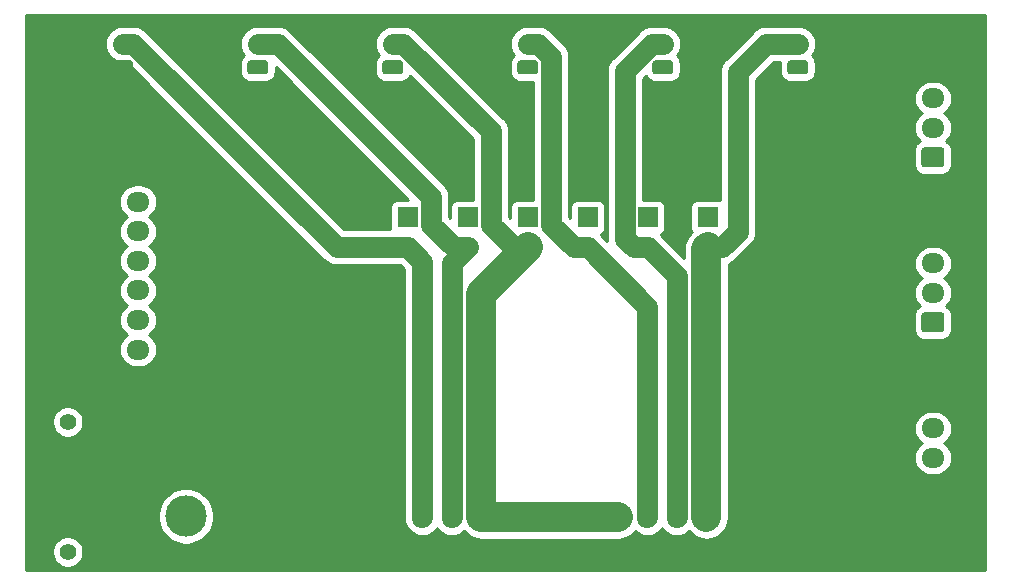
<source format=gbr>
%TF.GenerationSoftware,KiCad,Pcbnew,(5.1.9)-1*%
%TF.CreationDate,2021-07-18T23:52:27+01:00*%
%TF.ProjectId,board,626f6172-642e-46b6-9963-61645f706362,rev?*%
%TF.SameCoordinates,Original*%
%TF.FileFunction,Copper,L2,Bot*%
%TF.FilePolarity,Positive*%
%FSLAX46Y46*%
G04 Gerber Fmt 4.6, Leading zero omitted, Abs format (unit mm)*
G04 Created by KiCad (PCBNEW (5.1.9)-1) date 2021-07-18 23:52:27*
%MOMM*%
%LPD*%
G01*
G04 APERTURE LIST*
%TA.AperFunction,ComponentPad*%
%ADD10C,3.500000*%
%TD*%
%TA.AperFunction,ComponentPad*%
%ADD11R,3.500000X3.500000*%
%TD*%
%TA.AperFunction,ComponentPad*%
%ADD12C,1.400000*%
%TD*%
%TA.AperFunction,ComponentPad*%
%ADD13O,1.700000X1.700000*%
%TD*%
%TA.AperFunction,ComponentPad*%
%ADD14R,1.700000X1.700000*%
%TD*%
%TA.AperFunction,ComponentPad*%
%ADD15O,1.950000X1.700000*%
%TD*%
%TA.AperFunction,ComponentPad*%
%ADD16O,1.700000X1.950000*%
%TD*%
%TA.AperFunction,ComponentPad*%
%ADD17O,1.750000X1.200000*%
%TD*%
%TA.AperFunction,Conductor*%
%ADD18C,1.800000*%
%TD*%
%TA.AperFunction,Conductor*%
%ADD19C,2.500000*%
%TD*%
%TA.AperFunction,Conductor*%
%ADD20C,0.254000*%
%TD*%
%TA.AperFunction,Conductor*%
%ADD21C,0.100000*%
%TD*%
G04 APERTURE END LIST*
D10*
%TO.P,J12,2*%
%TO.N,VCC*%
X80264000Y-156130000D03*
D11*
%TO.P,J12,1*%
%TO.N,GND*%
X80264000Y-151130000D03*
D12*
%TO.P,J12,*%
%TO.N,*%
X70264000Y-159130000D03*
X70264000Y-148130000D03*
%TD*%
D13*
%TO.P,JP1,2*%
%TO.N,Net-(J1-Pad2)*%
X99060000Y-133350000D03*
D14*
%TO.P,JP1,1*%
%TO.N,VCC*%
X99060000Y-130810000D03*
%TD*%
D15*
%TO.P,J13,7*%
%TO.N,Net-(J11-Pad4)*%
X76200000Y-142000000D03*
%TO.P,J13,6*%
%TO.N,Net-(J11-Pad3)*%
X76200000Y-139500000D03*
%TO.P,J13,5*%
%TO.N,Net-(J11-Pad2)*%
X76200000Y-137000000D03*
%TO.P,J13,4*%
%TO.N,Net-(J10-Pad4)*%
X76200000Y-134500000D03*
%TO.P,J13,3*%
%TO.N,Net-(J10-Pad3)*%
X76200000Y-132000000D03*
%TO.P,J13,2*%
%TO.N,Net-(J1-Pad2)*%
X76200000Y-129500000D03*
%TO.P,J13,1*%
%TO.N,GND*%
%TA.AperFunction,ComponentPad*%
G36*
G01*
X75475000Y-126150000D02*
X76925000Y-126150000D01*
G75*
G02*
X77175000Y-126400000I0J-250000D01*
G01*
X77175000Y-127600000D01*
G75*
G02*
X76925000Y-127850000I-250000J0D01*
G01*
X75475000Y-127850000D01*
G75*
G02*
X75225000Y-127600000I0J250000D01*
G01*
X75225000Y-126400000D01*
G75*
G02*
X75475000Y-126150000I250000J0D01*
G01*
G37*
%TD.AperFunction*%
%TD*%
D13*
%TO.P,JP5,2*%
%TO.N,Net-(J11-Pad3)*%
X119380000Y-133350000D03*
D14*
%TO.P,JP5,1*%
%TO.N,VCC*%
X119380000Y-130810000D03*
%TD*%
D13*
%TO.P,JP2,2*%
%TO.N,Net-(J10-Pad3)*%
X104140000Y-133350000D03*
D14*
%TO.P,JP2,1*%
%TO.N,VCC*%
X104140000Y-130810000D03*
%TD*%
D13*
%TO.P,JP3,2*%
%TO.N,Net-(J10-Pad4)*%
X109220000Y-133350000D03*
D14*
%TO.P,JP3,1*%
%TO.N,VCC*%
X109220000Y-130810000D03*
%TD*%
D13*
%TO.P,JP4,2*%
%TO.N,Net-(J11-Pad2)*%
X114300000Y-133350000D03*
D14*
%TO.P,JP4,1*%
%TO.N,VCC*%
X114300000Y-130810000D03*
%TD*%
D13*
%TO.P,JP6,2*%
%TO.N,Net-(J11-Pad4)*%
X124460000Y-133350000D03*
D14*
%TO.P,JP6,1*%
%TO.N,VCC*%
X124460000Y-130810000D03*
%TD*%
D16*
%TO.P,J11,4*%
%TO.N,Net-(J11-Pad4)*%
X124340000Y-156210000D03*
%TO.P,J11,3*%
%TO.N,Net-(J11-Pad3)*%
X121840000Y-156210000D03*
%TO.P,J11,2*%
%TO.N,Net-(J11-Pad2)*%
X119340000Y-156210000D03*
%TO.P,J11,1*%
%TO.N,Net-(J10-Pad4)*%
%TA.AperFunction,ComponentPad*%
G36*
G01*
X115990000Y-156935000D02*
X115990000Y-155485000D01*
G75*
G02*
X116240000Y-155235000I250000J0D01*
G01*
X117440000Y-155235000D01*
G75*
G02*
X117690000Y-155485000I0J-250000D01*
G01*
X117690000Y-156935000D01*
G75*
G02*
X117440000Y-157185000I-250000J0D01*
G01*
X116240000Y-157185000D01*
G75*
G02*
X115990000Y-156935000I0J250000D01*
G01*
G37*
%TD.AperFunction*%
%TD*%
%TO.P,J10,4*%
%TO.N,Net-(J10-Pad4)*%
X105290000Y-156210000D03*
%TO.P,J10,3*%
%TO.N,Net-(J10-Pad3)*%
X102790000Y-156210000D03*
%TO.P,J10,2*%
%TO.N,Net-(J1-Pad2)*%
X100290000Y-156210000D03*
%TO.P,J10,1*%
%TO.N,GND*%
%TA.AperFunction,ComponentPad*%
G36*
G01*
X96940000Y-156935000D02*
X96940000Y-155485000D01*
G75*
G02*
X97190000Y-155235000I250000J0D01*
G01*
X98390000Y-155235000D01*
G75*
G02*
X98640000Y-155485000I0J-250000D01*
G01*
X98640000Y-156935000D01*
G75*
G02*
X98390000Y-157185000I-250000J0D01*
G01*
X97190000Y-157185000D01*
G75*
G02*
X96940000Y-156935000I0J250000D01*
G01*
G37*
%TD.AperFunction*%
%TD*%
%TO.P,J9,1*%
%TO.N,Net-(J11-Pad2)*%
%TA.AperFunction,ComponentPad*%
G36*
G01*
X144235000Y-126580000D02*
X142785000Y-126580000D01*
G75*
G02*
X142535000Y-126330000I0J250000D01*
G01*
X142535000Y-125130000D01*
G75*
G02*
X142785000Y-124880000I250000J0D01*
G01*
X144235000Y-124880000D01*
G75*
G02*
X144485000Y-125130000I0J-250000D01*
G01*
X144485000Y-126330000D01*
G75*
G02*
X144235000Y-126580000I-250000J0D01*
G01*
G37*
%TD.AperFunction*%
D15*
%TO.P,J9,2*%
%TO.N,Net-(J11-Pad3)*%
X143510000Y-123230000D03*
%TO.P,J9,3*%
%TO.N,Net-(J11-Pad4)*%
X143510000Y-120730000D03*
%TD*%
%TO.P,J8,1*%
%TO.N,Net-(J10-Pad3)*%
%TA.AperFunction,ComponentPad*%
G36*
G01*
X144235000Y-140550000D02*
X142785000Y-140550000D01*
G75*
G02*
X142535000Y-140300000I0J250000D01*
G01*
X142535000Y-139100000D01*
G75*
G02*
X142785000Y-138850000I250000J0D01*
G01*
X144235000Y-138850000D01*
G75*
G02*
X144485000Y-139100000I0J-250000D01*
G01*
X144485000Y-140300000D01*
G75*
G02*
X144235000Y-140550000I-250000J0D01*
G01*
G37*
%TD.AperFunction*%
%TO.P,J8,2*%
%TO.N,Net-(J10-Pad4)*%
X143510000Y-137200000D03*
%TO.P,J8,3*%
%TO.N,Net-(J11-Pad2)*%
X143510000Y-134700000D03*
%TD*%
%TO.P,J7,1*%
%TO.N,GND*%
%TA.AperFunction,ComponentPad*%
G36*
G01*
X144235000Y-154520000D02*
X142785000Y-154520000D01*
G75*
G02*
X142535000Y-154270000I0J250000D01*
G01*
X142535000Y-153070000D01*
G75*
G02*
X142785000Y-152820000I250000J0D01*
G01*
X144235000Y-152820000D01*
G75*
G02*
X144485000Y-153070000I0J-250000D01*
G01*
X144485000Y-154270000D01*
G75*
G02*
X144235000Y-154520000I-250000J0D01*
G01*
G37*
%TD.AperFunction*%
%TO.P,J7,2*%
%TO.N,Net-(J1-Pad2)*%
X143510000Y-151170000D03*
%TO.P,J7,3*%
%TO.N,Net-(J10-Pad3)*%
X143510000Y-148670000D03*
%TD*%
D17*
%TO.P,J6,2*%
%TO.N,Net-(J11-Pad4)*%
X132080000Y-116110000D03*
%TO.P,J6,1*%
%TO.N,Net-(J11-Pad3)*%
%TA.AperFunction,ComponentPad*%
G36*
G01*
X132705001Y-118710000D02*
X131454999Y-118710000D01*
G75*
G02*
X131205000Y-118460001I0J249999D01*
G01*
X131205000Y-117759999D01*
G75*
G02*
X131454999Y-117510000I249999J0D01*
G01*
X132705001Y-117510000D01*
G75*
G02*
X132955000Y-117759999I0J-249999D01*
G01*
X132955000Y-118460001D01*
G75*
G02*
X132705001Y-118710000I-249999J0D01*
G01*
G37*
%TD.AperFunction*%
%TD*%
%TO.P,J5,2*%
%TO.N,Net-(J11-Pad3)*%
X120650000Y-116110000D03*
%TO.P,J5,1*%
%TO.N,Net-(J11-Pad2)*%
%TA.AperFunction,ComponentPad*%
G36*
G01*
X121275001Y-118710000D02*
X120024999Y-118710000D01*
G75*
G02*
X119775000Y-118460001I0J249999D01*
G01*
X119775000Y-117759999D01*
G75*
G02*
X120024999Y-117510000I249999J0D01*
G01*
X121275001Y-117510000D01*
G75*
G02*
X121525000Y-117759999I0J-249999D01*
G01*
X121525000Y-118460001D01*
G75*
G02*
X121275001Y-118710000I-249999J0D01*
G01*
G37*
%TD.AperFunction*%
%TD*%
%TO.P,J4,2*%
%TO.N,Net-(J11-Pad2)*%
X109220000Y-116110000D03*
%TO.P,J4,1*%
%TO.N,Net-(J10-Pad4)*%
%TA.AperFunction,ComponentPad*%
G36*
G01*
X109845001Y-118710000D02*
X108594999Y-118710000D01*
G75*
G02*
X108345000Y-118460001I0J249999D01*
G01*
X108345000Y-117759999D01*
G75*
G02*
X108594999Y-117510000I249999J0D01*
G01*
X109845001Y-117510000D01*
G75*
G02*
X110095000Y-117759999I0J-249999D01*
G01*
X110095000Y-118460001D01*
G75*
G02*
X109845001Y-118710000I-249999J0D01*
G01*
G37*
%TD.AperFunction*%
%TD*%
%TO.P,J3,2*%
%TO.N,Net-(J10-Pad4)*%
X97790000Y-116110000D03*
%TO.P,J3,1*%
%TO.N,Net-(J10-Pad3)*%
%TA.AperFunction,ComponentPad*%
G36*
G01*
X98415001Y-118710000D02*
X97164999Y-118710000D01*
G75*
G02*
X96915000Y-118460001I0J249999D01*
G01*
X96915000Y-117759999D01*
G75*
G02*
X97164999Y-117510000I249999J0D01*
G01*
X98415001Y-117510000D01*
G75*
G02*
X98665000Y-117759999I0J-249999D01*
G01*
X98665000Y-118460001D01*
G75*
G02*
X98415001Y-118710000I-249999J0D01*
G01*
G37*
%TD.AperFunction*%
%TD*%
%TO.P,J2,2*%
%TO.N,Net-(J10-Pad3)*%
X86360000Y-116110000D03*
%TO.P,J2,1*%
%TO.N,Net-(J1-Pad2)*%
%TA.AperFunction,ComponentPad*%
G36*
G01*
X86985001Y-118710000D02*
X85734999Y-118710000D01*
G75*
G02*
X85485000Y-118460001I0J249999D01*
G01*
X85485000Y-117759999D01*
G75*
G02*
X85734999Y-117510000I249999J0D01*
G01*
X86985001Y-117510000D01*
G75*
G02*
X87235000Y-117759999I0J-249999D01*
G01*
X87235000Y-118460001D01*
G75*
G02*
X86985001Y-118710000I-249999J0D01*
G01*
G37*
%TD.AperFunction*%
%TD*%
%TO.P,J1,2*%
%TO.N,Net-(J1-Pad2)*%
X74930000Y-116110000D03*
%TO.P,J1,1*%
%TO.N,GND*%
%TA.AperFunction,ComponentPad*%
G36*
G01*
X75555001Y-118710000D02*
X74304999Y-118710000D01*
G75*
G02*
X74055000Y-118460001I0J249999D01*
G01*
X74055000Y-117759999D01*
G75*
G02*
X74304999Y-117510000I249999J0D01*
G01*
X75555001Y-117510000D01*
G75*
G02*
X75805000Y-117759999I0J-249999D01*
G01*
X75805000Y-118460001D01*
G75*
G02*
X75555001Y-118710000I-249999J0D01*
G01*
G37*
%TD.AperFunction*%
%TD*%
D18*
%TO.N,Net-(J1-Pad2)*%
X75814204Y-116110000D02*
X74930000Y-116110000D01*
X93054204Y-133350000D02*
X75814204Y-116110000D01*
X99060000Y-133350000D02*
X93054204Y-133350000D01*
X100290000Y-134580000D02*
X99060000Y-133350000D01*
X100290000Y-156210000D02*
X100290000Y-134580000D01*
%TO.N,Net-(J10-Pad3)*%
X88040002Y-116110000D02*
X86360000Y-116110000D01*
X101010001Y-129079999D02*
X88040002Y-116110000D01*
X101010001Y-131422082D02*
X101010001Y-129079999D01*
X102937919Y-133350000D02*
X101010001Y-131422082D01*
X104140000Y-133350000D02*
X102937919Y-133350000D01*
X102790000Y-134700000D02*
X104140000Y-133350000D01*
X102790000Y-156210000D02*
X102790000Y-134700000D01*
%TO.N,Net-(J10-Pad4)*%
X98674204Y-116110000D02*
X97790000Y-116110000D01*
X106090001Y-123525797D02*
X98674204Y-116110000D01*
X106090001Y-131422082D02*
X106090001Y-123525797D01*
X108017919Y-133350000D02*
X106090001Y-131422082D01*
X109220000Y-133350000D02*
X108017919Y-133350000D01*
D19*
X105290000Y-137280000D02*
X109220000Y-133350000D01*
X105290000Y-156210000D02*
X105290000Y-137280000D01*
X116840000Y-156210000D02*
X105290000Y-156210000D01*
D18*
%TO.N,Net-(J11-Pad2)*%
X110104204Y-116110000D02*
X109220000Y-116110000D01*
X111195010Y-117200806D02*
X110104204Y-116110000D01*
X111195010Y-131447091D02*
X111195010Y-117200806D01*
X113097919Y-133350000D02*
X111195010Y-131447091D01*
X114300000Y-133350000D02*
X113097919Y-133350000D01*
X119340000Y-138390000D02*
X114300000Y-133350000D01*
X119340000Y-156210000D02*
X119340000Y-138390000D01*
%TO.N,Net-(J11-Pad3)*%
X119765796Y-116110000D02*
X120650000Y-116110000D01*
X117429999Y-118445797D02*
X119765796Y-116110000D01*
X117429999Y-132602080D02*
X117429999Y-118445797D01*
X118177919Y-133350000D02*
X117429999Y-132602080D01*
X119380000Y-133350000D02*
X118177919Y-133350000D01*
X121840000Y-135810000D02*
X119380000Y-133350000D01*
X121840000Y-156210000D02*
X121840000Y-135810000D01*
%TO.N,Net-(J11-Pad4)*%
X125662081Y-133350000D02*
X127000000Y-132012081D01*
X124460000Y-133350000D02*
X125662081Y-133350000D01*
X129405000Y-116110000D02*
X132080000Y-116110000D01*
X127000000Y-118515000D02*
X129405000Y-116110000D01*
X127000000Y-132012081D02*
X127000000Y-118515000D01*
D19*
X124340000Y-133470000D02*
X124460000Y-133350000D01*
X124340000Y-156210000D02*
X124340000Y-133470000D01*
%TD*%
D20*
%TO.N,GND*%
X147930001Y-160630000D02*
X66700000Y-160630000D01*
X66700000Y-158998514D01*
X68929000Y-158998514D01*
X68929000Y-159261486D01*
X68980304Y-159519405D01*
X69080939Y-159762359D01*
X69227038Y-159981013D01*
X69412987Y-160166962D01*
X69631641Y-160313061D01*
X69874595Y-160413696D01*
X70132514Y-160465000D01*
X70395486Y-160465000D01*
X70653405Y-160413696D01*
X70896359Y-160313061D01*
X71115013Y-160166962D01*
X71300962Y-159981013D01*
X71447061Y-159762359D01*
X71547696Y-159519405D01*
X71599000Y-159261486D01*
X71599000Y-158998514D01*
X71547696Y-158740595D01*
X71447061Y-158497641D01*
X71300962Y-158278987D01*
X71115013Y-158093038D01*
X70896359Y-157946939D01*
X70653405Y-157846304D01*
X70395486Y-157795000D01*
X70132514Y-157795000D01*
X69874595Y-157846304D01*
X69631641Y-157946939D01*
X69412987Y-158093038D01*
X69227038Y-158278987D01*
X69080939Y-158497641D01*
X68980304Y-158740595D01*
X68929000Y-158998514D01*
X66700000Y-158998514D01*
X66700000Y-155895098D01*
X77879000Y-155895098D01*
X77879000Y-156364902D01*
X77970654Y-156825679D01*
X78150440Y-157259721D01*
X78411450Y-157650349D01*
X78743651Y-157982550D01*
X79134279Y-158243560D01*
X79568321Y-158423346D01*
X80029098Y-158515000D01*
X80498902Y-158515000D01*
X80959679Y-158423346D01*
X81393721Y-158243560D01*
X81784349Y-157982550D01*
X82116550Y-157650349D01*
X82377560Y-157259721D01*
X82557346Y-156825679D01*
X82649000Y-156364902D01*
X82649000Y-155895098D01*
X82557346Y-155434321D01*
X82377560Y-155000279D01*
X82116550Y-154609651D01*
X81784349Y-154277450D01*
X81393721Y-154016440D01*
X80959679Y-153836654D01*
X80498902Y-153745000D01*
X80029098Y-153745000D01*
X79568321Y-153836654D01*
X79134279Y-154016440D01*
X78743651Y-154277450D01*
X78411450Y-154609651D01*
X78150440Y-155000279D01*
X77970654Y-155434321D01*
X77879000Y-155895098D01*
X66700000Y-155895098D01*
X66700000Y-147998514D01*
X68929000Y-147998514D01*
X68929000Y-148261486D01*
X68980304Y-148519405D01*
X69080939Y-148762359D01*
X69227038Y-148981013D01*
X69412987Y-149166962D01*
X69631641Y-149313061D01*
X69874595Y-149413696D01*
X70132514Y-149465000D01*
X70395486Y-149465000D01*
X70653405Y-149413696D01*
X70896359Y-149313061D01*
X71115013Y-149166962D01*
X71300962Y-148981013D01*
X71447061Y-148762359D01*
X71547696Y-148519405D01*
X71599000Y-148261486D01*
X71599000Y-147998514D01*
X71547696Y-147740595D01*
X71447061Y-147497641D01*
X71300962Y-147278987D01*
X71115013Y-147093038D01*
X70896359Y-146946939D01*
X70653405Y-146846304D01*
X70395486Y-146795000D01*
X70132514Y-146795000D01*
X69874595Y-146846304D01*
X69631641Y-146946939D01*
X69412987Y-147093038D01*
X69227038Y-147278987D01*
X69080939Y-147497641D01*
X68980304Y-147740595D01*
X68929000Y-147998514D01*
X66700000Y-147998514D01*
X66700000Y-129500000D01*
X74582815Y-129500000D01*
X74611487Y-129791111D01*
X74696401Y-130071034D01*
X74834294Y-130329014D01*
X75019866Y-130555134D01*
X75245986Y-130740706D01*
X75263374Y-130750000D01*
X75245986Y-130759294D01*
X75019866Y-130944866D01*
X74834294Y-131170986D01*
X74696401Y-131428966D01*
X74611487Y-131708889D01*
X74582815Y-132000000D01*
X74611487Y-132291111D01*
X74696401Y-132571034D01*
X74834294Y-132829014D01*
X75019866Y-133055134D01*
X75245986Y-133240706D01*
X75263374Y-133250000D01*
X75245986Y-133259294D01*
X75019866Y-133444866D01*
X74834294Y-133670986D01*
X74696401Y-133928966D01*
X74611487Y-134208889D01*
X74582815Y-134500000D01*
X74611487Y-134791111D01*
X74696401Y-135071034D01*
X74834294Y-135329014D01*
X75019866Y-135555134D01*
X75245986Y-135740706D01*
X75263374Y-135750000D01*
X75245986Y-135759294D01*
X75019866Y-135944866D01*
X74834294Y-136170986D01*
X74696401Y-136428966D01*
X74611487Y-136708889D01*
X74582815Y-137000000D01*
X74611487Y-137291111D01*
X74696401Y-137571034D01*
X74834294Y-137829014D01*
X75019866Y-138055134D01*
X75245986Y-138240706D01*
X75263374Y-138250000D01*
X75245986Y-138259294D01*
X75019866Y-138444866D01*
X74834294Y-138670986D01*
X74696401Y-138928966D01*
X74611487Y-139208889D01*
X74582815Y-139500000D01*
X74611487Y-139791111D01*
X74696401Y-140071034D01*
X74834294Y-140329014D01*
X75019866Y-140555134D01*
X75245986Y-140740706D01*
X75263374Y-140750000D01*
X75245986Y-140759294D01*
X75019866Y-140944866D01*
X74834294Y-141170986D01*
X74696401Y-141428966D01*
X74611487Y-141708889D01*
X74582815Y-142000000D01*
X74611487Y-142291111D01*
X74696401Y-142571034D01*
X74834294Y-142829014D01*
X75019866Y-143055134D01*
X75245986Y-143240706D01*
X75503966Y-143378599D01*
X75783889Y-143463513D01*
X76002050Y-143485000D01*
X76397950Y-143485000D01*
X76616111Y-143463513D01*
X76896034Y-143378599D01*
X77154014Y-143240706D01*
X77380134Y-143055134D01*
X77565706Y-142829014D01*
X77703599Y-142571034D01*
X77788513Y-142291111D01*
X77817185Y-142000000D01*
X77788513Y-141708889D01*
X77703599Y-141428966D01*
X77565706Y-141170986D01*
X77380134Y-140944866D01*
X77154014Y-140759294D01*
X77136626Y-140750000D01*
X77154014Y-140740706D01*
X77380134Y-140555134D01*
X77565706Y-140329014D01*
X77703599Y-140071034D01*
X77788513Y-139791111D01*
X77817185Y-139500000D01*
X77788513Y-139208889D01*
X77703599Y-138928966D01*
X77565706Y-138670986D01*
X77380134Y-138444866D01*
X77154014Y-138259294D01*
X77136626Y-138250000D01*
X77154014Y-138240706D01*
X77380134Y-138055134D01*
X77565706Y-137829014D01*
X77703599Y-137571034D01*
X77788513Y-137291111D01*
X77817185Y-137000000D01*
X77788513Y-136708889D01*
X77703599Y-136428966D01*
X77565706Y-136170986D01*
X77380134Y-135944866D01*
X77154014Y-135759294D01*
X77136626Y-135750000D01*
X77154014Y-135740706D01*
X77380134Y-135555134D01*
X77565706Y-135329014D01*
X77703599Y-135071034D01*
X77788513Y-134791111D01*
X77817185Y-134500000D01*
X77788513Y-134208889D01*
X77703599Y-133928966D01*
X77565706Y-133670986D01*
X77380134Y-133444866D01*
X77154014Y-133259294D01*
X77136626Y-133250000D01*
X77154014Y-133240706D01*
X77380134Y-133055134D01*
X77565706Y-132829014D01*
X77703599Y-132571034D01*
X77788513Y-132291111D01*
X77817185Y-132000000D01*
X77788513Y-131708889D01*
X77703599Y-131428966D01*
X77565706Y-131170986D01*
X77380134Y-130944866D01*
X77154014Y-130759294D01*
X77136626Y-130750000D01*
X77154014Y-130740706D01*
X77380134Y-130555134D01*
X77565706Y-130329014D01*
X77703599Y-130071034D01*
X77788513Y-129791111D01*
X77817185Y-129500000D01*
X77788513Y-129208889D01*
X77703599Y-128928966D01*
X77565706Y-128670986D01*
X77380134Y-128444866D01*
X77154014Y-128259294D01*
X76896034Y-128121401D01*
X76616111Y-128036487D01*
X76397950Y-128015000D01*
X76002050Y-128015000D01*
X75783889Y-128036487D01*
X75503966Y-128121401D01*
X75245986Y-128259294D01*
X75019866Y-128444866D01*
X74834294Y-128670986D01*
X74696401Y-128928966D01*
X74611487Y-129208889D01*
X74582815Y-129500000D01*
X66700000Y-129500000D01*
X66700000Y-116110000D01*
X73387573Y-116110000D01*
X73417210Y-116410913D01*
X73504983Y-116700261D01*
X73647519Y-116966927D01*
X73839339Y-117200661D01*
X74073073Y-117392481D01*
X74339739Y-117535017D01*
X74629087Y-117622790D01*
X74854592Y-117645000D01*
X75178387Y-117645000D01*
X91915471Y-134382085D01*
X91963543Y-134440661D01*
X92197277Y-134632481D01*
X92463943Y-134775017D01*
X92753291Y-134862790D01*
X92978796Y-134885000D01*
X93054204Y-134892427D01*
X93129612Y-134885000D01*
X98424183Y-134885000D01*
X98755001Y-135215819D01*
X98755000Y-156285407D01*
X98777210Y-156510912D01*
X98864983Y-156800260D01*
X98898122Y-156862258D01*
X98911401Y-156906034D01*
X99049294Y-157164014D01*
X99234866Y-157390134D01*
X99460987Y-157575706D01*
X99718967Y-157713599D01*
X99998890Y-157798513D01*
X100290000Y-157827185D01*
X100581111Y-157798513D01*
X100861034Y-157713599D01*
X101119014Y-157575706D01*
X101345134Y-157390134D01*
X101530706Y-157164014D01*
X101540000Y-157146626D01*
X101549294Y-157164014D01*
X101734866Y-157390134D01*
X101960987Y-157575706D01*
X102218967Y-157713599D01*
X102498890Y-157798513D01*
X102790000Y-157827185D01*
X103081111Y-157798513D01*
X103361034Y-157713599D01*
X103619014Y-157575706D01*
X103830112Y-157402463D01*
X103950655Y-157549345D01*
X104237683Y-157784903D01*
X104565152Y-157959939D01*
X104920476Y-158067725D01*
X105290000Y-158104120D01*
X105382597Y-158095000D01*
X116932597Y-158095000D01*
X117209524Y-158067725D01*
X117564848Y-157959939D01*
X117892317Y-157784903D01*
X118179345Y-157549345D01*
X118299888Y-157402463D01*
X118510987Y-157575706D01*
X118768967Y-157713599D01*
X119048890Y-157798513D01*
X119340000Y-157827185D01*
X119631111Y-157798513D01*
X119911034Y-157713599D01*
X120169014Y-157575706D01*
X120395134Y-157390134D01*
X120580706Y-157164014D01*
X120590000Y-157146626D01*
X120599294Y-157164014D01*
X120784866Y-157390134D01*
X121010987Y-157575706D01*
X121268967Y-157713599D01*
X121548890Y-157798513D01*
X121840000Y-157827185D01*
X122131111Y-157798513D01*
X122411034Y-157713599D01*
X122669014Y-157575706D01*
X122880112Y-157402463D01*
X123000655Y-157549345D01*
X123287683Y-157784903D01*
X123615152Y-157959939D01*
X123970476Y-158067725D01*
X124340000Y-158104120D01*
X124709523Y-158067725D01*
X125064847Y-157959939D01*
X125392317Y-157784903D01*
X125679345Y-157549345D01*
X125914903Y-157262317D01*
X126089939Y-156934848D01*
X126197725Y-156579524D01*
X126225000Y-156302597D01*
X126225000Y-148670000D01*
X141892815Y-148670000D01*
X141921487Y-148961111D01*
X142006401Y-149241034D01*
X142144294Y-149499014D01*
X142329866Y-149725134D01*
X142555986Y-149910706D01*
X142573374Y-149920000D01*
X142555986Y-149929294D01*
X142329866Y-150114866D01*
X142144294Y-150340986D01*
X142006401Y-150598966D01*
X141921487Y-150878889D01*
X141892815Y-151170000D01*
X141921487Y-151461111D01*
X142006401Y-151741034D01*
X142144294Y-151999014D01*
X142329866Y-152225134D01*
X142555986Y-152410706D01*
X142813966Y-152548599D01*
X143093889Y-152633513D01*
X143312050Y-152655000D01*
X143707950Y-152655000D01*
X143926111Y-152633513D01*
X144206034Y-152548599D01*
X144464014Y-152410706D01*
X144690134Y-152225134D01*
X144875706Y-151999014D01*
X145013599Y-151741034D01*
X145098513Y-151461111D01*
X145127185Y-151170000D01*
X145098513Y-150878889D01*
X145013599Y-150598966D01*
X144875706Y-150340986D01*
X144690134Y-150114866D01*
X144464014Y-149929294D01*
X144446626Y-149920000D01*
X144464014Y-149910706D01*
X144690134Y-149725134D01*
X144875706Y-149499014D01*
X145013599Y-149241034D01*
X145098513Y-148961111D01*
X145127185Y-148670000D01*
X145098513Y-148378889D01*
X145013599Y-148098966D01*
X144875706Y-147840986D01*
X144690134Y-147614866D01*
X144464014Y-147429294D01*
X144206034Y-147291401D01*
X143926111Y-147206487D01*
X143707950Y-147185000D01*
X143312050Y-147185000D01*
X143093889Y-147206487D01*
X142813966Y-147291401D01*
X142555986Y-147429294D01*
X142329866Y-147614866D01*
X142144294Y-147840986D01*
X142006401Y-148098966D01*
X141921487Y-148378889D01*
X141892815Y-148670000D01*
X126225000Y-148670000D01*
X126225000Y-134783311D01*
X126252342Y-134775017D01*
X126392688Y-134700000D01*
X141892815Y-134700000D01*
X141921487Y-134991111D01*
X142006401Y-135271034D01*
X142144294Y-135529014D01*
X142329866Y-135755134D01*
X142555986Y-135940706D01*
X142573374Y-135950000D01*
X142555986Y-135959294D01*
X142329866Y-136144866D01*
X142144294Y-136370986D01*
X142006401Y-136628966D01*
X141921487Y-136908889D01*
X141892815Y-137200000D01*
X141921487Y-137491111D01*
X142006401Y-137771034D01*
X142144294Y-138029014D01*
X142329866Y-138255134D01*
X142393337Y-138307223D01*
X142291614Y-138361595D01*
X142157038Y-138472038D01*
X142046595Y-138606614D01*
X141964528Y-138760150D01*
X141913992Y-138926746D01*
X141896928Y-139100000D01*
X141896928Y-140300000D01*
X141913992Y-140473254D01*
X141964528Y-140639850D01*
X142046595Y-140793386D01*
X142157038Y-140927962D01*
X142291614Y-141038405D01*
X142445150Y-141120472D01*
X142611746Y-141171008D01*
X142785000Y-141188072D01*
X144235000Y-141188072D01*
X144408254Y-141171008D01*
X144574850Y-141120472D01*
X144728386Y-141038405D01*
X144862962Y-140927962D01*
X144973405Y-140793386D01*
X145055472Y-140639850D01*
X145106008Y-140473254D01*
X145123072Y-140300000D01*
X145123072Y-139100000D01*
X145106008Y-138926746D01*
X145055472Y-138760150D01*
X144973405Y-138606614D01*
X144862962Y-138472038D01*
X144728386Y-138361595D01*
X144626663Y-138307223D01*
X144690134Y-138255134D01*
X144875706Y-138029014D01*
X145013599Y-137771034D01*
X145098513Y-137491111D01*
X145127185Y-137200000D01*
X145098513Y-136908889D01*
X145013599Y-136628966D01*
X144875706Y-136370986D01*
X144690134Y-136144866D01*
X144464014Y-135959294D01*
X144446626Y-135950000D01*
X144464014Y-135940706D01*
X144690134Y-135755134D01*
X144875706Y-135529014D01*
X145013599Y-135271034D01*
X145098513Y-134991111D01*
X145127185Y-134700000D01*
X145098513Y-134408889D01*
X145013599Y-134128966D01*
X144875706Y-133870986D01*
X144690134Y-133644866D01*
X144464014Y-133459294D01*
X144206034Y-133321401D01*
X143926111Y-133236487D01*
X143707950Y-133215000D01*
X143312050Y-133215000D01*
X143093889Y-133236487D01*
X142813966Y-133321401D01*
X142555986Y-133459294D01*
X142329866Y-133644866D01*
X142144294Y-133870986D01*
X142006401Y-134128966D01*
X141921487Y-134408889D01*
X141892815Y-134700000D01*
X126392688Y-134700000D01*
X126519008Y-134632481D01*
X126752742Y-134440661D01*
X126800818Y-134382080D01*
X128032086Y-133150813D01*
X128090661Y-133102742D01*
X128282481Y-132869008D01*
X128425017Y-132602342D01*
X128512790Y-132312994D01*
X128535000Y-132087489D01*
X128535000Y-132087488D01*
X128542427Y-132012082D01*
X128535000Y-131936676D01*
X128535000Y-120730000D01*
X141892815Y-120730000D01*
X141921487Y-121021111D01*
X142006401Y-121301034D01*
X142144294Y-121559014D01*
X142329866Y-121785134D01*
X142555986Y-121970706D01*
X142573374Y-121980000D01*
X142555986Y-121989294D01*
X142329866Y-122174866D01*
X142144294Y-122400986D01*
X142006401Y-122658966D01*
X141921487Y-122938889D01*
X141892815Y-123230000D01*
X141921487Y-123521111D01*
X142006401Y-123801034D01*
X142144294Y-124059014D01*
X142329866Y-124285134D01*
X142393337Y-124337223D01*
X142291614Y-124391595D01*
X142157038Y-124502038D01*
X142046595Y-124636614D01*
X141964528Y-124790150D01*
X141913992Y-124956746D01*
X141896928Y-125130000D01*
X141896928Y-126330000D01*
X141913992Y-126503254D01*
X141964528Y-126669850D01*
X142046595Y-126823386D01*
X142157038Y-126957962D01*
X142291614Y-127068405D01*
X142445150Y-127150472D01*
X142611746Y-127201008D01*
X142785000Y-127218072D01*
X144235000Y-127218072D01*
X144408254Y-127201008D01*
X144574850Y-127150472D01*
X144728386Y-127068405D01*
X144862962Y-126957962D01*
X144973405Y-126823386D01*
X145055472Y-126669850D01*
X145106008Y-126503254D01*
X145123072Y-126330000D01*
X145123072Y-125130000D01*
X145106008Y-124956746D01*
X145055472Y-124790150D01*
X144973405Y-124636614D01*
X144862962Y-124502038D01*
X144728386Y-124391595D01*
X144626663Y-124337223D01*
X144690134Y-124285134D01*
X144875706Y-124059014D01*
X145013599Y-123801034D01*
X145098513Y-123521111D01*
X145127185Y-123230000D01*
X145098513Y-122938889D01*
X145013599Y-122658966D01*
X144875706Y-122400986D01*
X144690134Y-122174866D01*
X144464014Y-121989294D01*
X144446626Y-121980000D01*
X144464014Y-121970706D01*
X144690134Y-121785134D01*
X144875706Y-121559014D01*
X145013599Y-121301034D01*
X145098513Y-121021111D01*
X145127185Y-120730000D01*
X145098513Y-120438889D01*
X145013599Y-120158966D01*
X144875706Y-119900986D01*
X144690134Y-119674866D01*
X144464014Y-119489294D01*
X144206034Y-119351401D01*
X143926111Y-119266487D01*
X143707950Y-119245000D01*
X143312050Y-119245000D01*
X143093889Y-119266487D01*
X142813966Y-119351401D01*
X142555986Y-119489294D01*
X142329866Y-119674866D01*
X142144294Y-119900986D01*
X142006401Y-120158966D01*
X141921487Y-120438889D01*
X141892815Y-120730000D01*
X128535000Y-120730000D01*
X128535000Y-119150817D01*
X130040818Y-117645000D01*
X130578254Y-117645000D01*
X130566928Y-117759999D01*
X130566928Y-118460001D01*
X130583992Y-118633255D01*
X130634528Y-118799851D01*
X130716595Y-118953387D01*
X130827038Y-119087962D01*
X130961613Y-119198405D01*
X131115149Y-119280472D01*
X131281745Y-119331008D01*
X131454999Y-119348072D01*
X132705001Y-119348072D01*
X132878255Y-119331008D01*
X133044851Y-119280472D01*
X133198387Y-119198405D01*
X133332962Y-119087962D01*
X133443405Y-118953387D01*
X133525472Y-118799851D01*
X133576008Y-118633255D01*
X133593072Y-118460001D01*
X133593072Y-117759999D01*
X133576008Y-117586745D01*
X133525472Y-117420149D01*
X133443405Y-117266613D01*
X133332962Y-117132038D01*
X133269632Y-117080064D01*
X133362481Y-116966927D01*
X133505017Y-116700261D01*
X133592790Y-116410913D01*
X133622427Y-116110000D01*
X133592790Y-115809087D01*
X133505017Y-115519739D01*
X133362481Y-115253073D01*
X133170661Y-115019339D01*
X132936927Y-114827519D01*
X132670261Y-114684983D01*
X132380913Y-114597210D01*
X132155408Y-114575000D01*
X129480408Y-114575000D01*
X129405000Y-114567573D01*
X129329592Y-114575000D01*
X129104087Y-114597210D01*
X128959413Y-114641096D01*
X128814738Y-114684983D01*
X128548073Y-114827519D01*
X128314339Y-115019339D01*
X128266267Y-115077915D01*
X125967915Y-117376267D01*
X125909340Y-117424339D01*
X125861270Y-117482913D01*
X125717519Y-117658074D01*
X125574984Y-117924739D01*
X125487211Y-118214088D01*
X125457573Y-118515000D01*
X125465001Y-118590416D01*
X125465000Y-129343446D01*
X125434482Y-129334188D01*
X125310000Y-129321928D01*
X123610000Y-129321928D01*
X123485518Y-129334188D01*
X123365820Y-129370498D01*
X123255506Y-129429463D01*
X123158815Y-129508815D01*
X123079463Y-129605506D01*
X123020498Y-129715820D01*
X122984188Y-129835518D01*
X122971928Y-129960000D01*
X122971928Y-131660000D01*
X122984188Y-131784482D01*
X123020498Y-131904180D01*
X123079463Y-132014494D01*
X123102114Y-132042094D01*
X123072578Y-132071630D01*
X123000656Y-132130655D01*
X122941631Y-132202577D01*
X122941628Y-132202580D01*
X122765098Y-132417683D01*
X122590062Y-132745152D01*
X122482275Y-133100476D01*
X122445881Y-133470000D01*
X122455001Y-133562599D01*
X122455001Y-134254183D01*
X120518737Y-132317920D01*
X120470661Y-132259339D01*
X120462859Y-132252936D01*
X120474180Y-132249502D01*
X120584494Y-132190537D01*
X120681185Y-132111185D01*
X120760537Y-132014494D01*
X120819502Y-131904180D01*
X120855812Y-131784482D01*
X120868072Y-131660000D01*
X120868072Y-129960000D01*
X120855812Y-129835518D01*
X120819502Y-129715820D01*
X120760537Y-129605506D01*
X120681185Y-129508815D01*
X120584494Y-129429463D01*
X120474180Y-129370498D01*
X120354482Y-129334188D01*
X120230000Y-129321928D01*
X118964999Y-129321928D01*
X118964999Y-119081614D01*
X119219239Y-118827374D01*
X119286595Y-118953387D01*
X119397038Y-119087962D01*
X119531613Y-119198405D01*
X119685149Y-119280472D01*
X119851745Y-119331008D01*
X120024999Y-119348072D01*
X121275001Y-119348072D01*
X121448255Y-119331008D01*
X121614851Y-119280472D01*
X121768387Y-119198405D01*
X121902962Y-119087962D01*
X122013405Y-118953387D01*
X122095472Y-118799851D01*
X122146008Y-118633255D01*
X122163072Y-118460001D01*
X122163072Y-117759999D01*
X122146008Y-117586745D01*
X122095472Y-117420149D01*
X122013405Y-117266613D01*
X121902962Y-117132038D01*
X121839632Y-117080064D01*
X121932481Y-116966927D01*
X122075017Y-116700261D01*
X122162790Y-116410913D01*
X122192427Y-116110000D01*
X122162790Y-115809087D01*
X122075017Y-115519739D01*
X121932481Y-115253073D01*
X121740661Y-115019339D01*
X121506927Y-114827519D01*
X121240261Y-114684983D01*
X120950913Y-114597210D01*
X120725408Y-114575000D01*
X119841204Y-114575000D01*
X119765796Y-114567573D01*
X119690388Y-114575000D01*
X119464883Y-114597210D01*
X119175535Y-114684983D01*
X118908869Y-114827519D01*
X118675135Y-115019339D01*
X118627063Y-115077915D01*
X116397914Y-117307064D01*
X116339339Y-117355136D01*
X116219043Y-117501718D01*
X116147518Y-117588871D01*
X116039442Y-117791067D01*
X116004983Y-117855536D01*
X115943648Y-118057732D01*
X115917210Y-118144885D01*
X115887572Y-118445797D01*
X115895000Y-118521213D01*
X115894999Y-132526674D01*
X115887572Y-132602080D01*
X115894999Y-132677486D01*
X115894999Y-132677487D01*
X115905563Y-132784746D01*
X115438737Y-132317920D01*
X115390661Y-132259339D01*
X115382859Y-132252936D01*
X115394180Y-132249502D01*
X115504494Y-132190537D01*
X115601185Y-132111185D01*
X115680537Y-132014494D01*
X115739502Y-131904180D01*
X115775812Y-131784482D01*
X115788072Y-131660000D01*
X115788072Y-129960000D01*
X115775812Y-129835518D01*
X115739502Y-129715820D01*
X115680537Y-129605506D01*
X115601185Y-129508815D01*
X115504494Y-129429463D01*
X115394180Y-129370498D01*
X115274482Y-129334188D01*
X115150000Y-129321928D01*
X113450000Y-129321928D01*
X113325518Y-129334188D01*
X113205820Y-129370498D01*
X113095506Y-129429463D01*
X112998815Y-129508815D01*
X112919463Y-129605506D01*
X112860498Y-129715820D01*
X112824188Y-129835518D01*
X112811928Y-129960000D01*
X112811928Y-130893192D01*
X112730010Y-130811274D01*
X112730010Y-117276214D01*
X112737437Y-117200806D01*
X112707800Y-116899894D01*
X112699317Y-116871928D01*
X112620027Y-116610545D01*
X112477491Y-116343879D01*
X112285671Y-116110145D01*
X112227095Y-116062073D01*
X111242941Y-115077920D01*
X111194865Y-115019339D01*
X110961131Y-114827519D01*
X110694465Y-114684983D01*
X110405117Y-114597210D01*
X110179612Y-114575000D01*
X110179610Y-114575000D01*
X110104204Y-114567573D01*
X110028798Y-114575000D01*
X109144592Y-114575000D01*
X108919087Y-114597210D01*
X108629739Y-114684983D01*
X108363073Y-114827519D01*
X108129339Y-115019339D01*
X107937519Y-115253073D01*
X107794983Y-115519739D01*
X107707210Y-115809087D01*
X107677573Y-116110000D01*
X107707210Y-116410913D01*
X107794983Y-116700261D01*
X107937519Y-116966927D01*
X108030368Y-117080064D01*
X107967038Y-117132038D01*
X107856595Y-117266613D01*
X107774528Y-117420149D01*
X107723992Y-117586745D01*
X107706928Y-117759999D01*
X107706928Y-118460001D01*
X107723992Y-118633255D01*
X107774528Y-118799851D01*
X107856595Y-118953387D01*
X107967038Y-119087962D01*
X108101613Y-119198405D01*
X108255149Y-119280472D01*
X108421745Y-119331008D01*
X108594999Y-119348072D01*
X109660011Y-119348072D01*
X109660010Y-129321928D01*
X108370000Y-129321928D01*
X108245518Y-129334188D01*
X108125820Y-129370498D01*
X108015506Y-129429463D01*
X107918815Y-129508815D01*
X107839463Y-129605506D01*
X107780498Y-129715820D01*
X107744188Y-129835518D01*
X107731928Y-129960000D01*
X107731928Y-130893192D01*
X107625001Y-130786265D01*
X107625001Y-123601205D01*
X107632428Y-123525797D01*
X107602791Y-123224885D01*
X107602791Y-123224884D01*
X107515018Y-122935536D01*
X107372482Y-122668870D01*
X107180662Y-122435136D01*
X107122086Y-122387064D01*
X99812941Y-115077920D01*
X99764865Y-115019339D01*
X99531131Y-114827519D01*
X99264465Y-114684983D01*
X98975117Y-114597210D01*
X98749612Y-114575000D01*
X98749610Y-114575000D01*
X98674204Y-114567573D01*
X98598798Y-114575000D01*
X97714592Y-114575000D01*
X97489087Y-114597210D01*
X97199739Y-114684983D01*
X96933073Y-114827519D01*
X96699339Y-115019339D01*
X96507519Y-115253073D01*
X96364983Y-115519739D01*
X96277210Y-115809087D01*
X96247573Y-116110000D01*
X96277210Y-116410913D01*
X96364983Y-116700261D01*
X96507519Y-116966927D01*
X96600368Y-117080064D01*
X96537038Y-117132038D01*
X96426595Y-117266613D01*
X96344528Y-117420149D01*
X96293992Y-117586745D01*
X96276928Y-117759999D01*
X96276928Y-118460001D01*
X96293992Y-118633255D01*
X96344528Y-118799851D01*
X96426595Y-118953387D01*
X96537038Y-119087962D01*
X96671613Y-119198405D01*
X96825149Y-119280472D01*
X96991745Y-119331008D01*
X97164999Y-119348072D01*
X98415001Y-119348072D01*
X98588255Y-119331008D01*
X98754851Y-119280472D01*
X98908387Y-119198405D01*
X99042962Y-119087962D01*
X99153405Y-118953387D01*
X99220761Y-118827374D01*
X104555002Y-124161616D01*
X104555001Y-129321928D01*
X103290000Y-129321928D01*
X103165518Y-129334188D01*
X103045820Y-129370498D01*
X102935506Y-129429463D01*
X102838815Y-129508815D01*
X102759463Y-129605506D01*
X102700498Y-129715820D01*
X102664188Y-129835518D01*
X102651928Y-129960000D01*
X102651928Y-130893192D01*
X102545001Y-130786265D01*
X102545001Y-129155404D01*
X102552428Y-129079998D01*
X102545001Y-129004591D01*
X102522791Y-128779086D01*
X102435018Y-128489738D01*
X102292482Y-128223072D01*
X102100662Y-127989338D01*
X102042086Y-127941266D01*
X89178739Y-115077920D01*
X89130663Y-115019339D01*
X88896929Y-114827519D01*
X88630263Y-114684983D01*
X88340915Y-114597210D01*
X88115410Y-114575000D01*
X88115408Y-114575000D01*
X88040002Y-114567573D01*
X87964596Y-114575000D01*
X86284592Y-114575000D01*
X86059087Y-114597210D01*
X85769739Y-114684983D01*
X85503073Y-114827519D01*
X85269339Y-115019339D01*
X85077519Y-115253073D01*
X84934983Y-115519739D01*
X84847210Y-115809087D01*
X84817573Y-116110000D01*
X84847210Y-116410913D01*
X84934983Y-116700261D01*
X85077519Y-116966927D01*
X85170368Y-117080064D01*
X85107038Y-117132038D01*
X84996595Y-117266613D01*
X84914528Y-117420149D01*
X84863992Y-117586745D01*
X84846928Y-117759999D01*
X84846928Y-118460001D01*
X84863992Y-118633255D01*
X84914528Y-118799851D01*
X84996595Y-118953387D01*
X85107038Y-119087962D01*
X85241613Y-119198405D01*
X85395149Y-119280472D01*
X85561745Y-119331008D01*
X85734999Y-119348072D01*
X86985001Y-119348072D01*
X87158255Y-119331008D01*
X87324851Y-119280472D01*
X87478387Y-119198405D01*
X87612962Y-119087962D01*
X87723405Y-118953387D01*
X87805472Y-118799851D01*
X87856008Y-118633255D01*
X87873072Y-118460001D01*
X87873072Y-118113887D01*
X99081112Y-129321928D01*
X98210000Y-129321928D01*
X98085518Y-129334188D01*
X97965820Y-129370498D01*
X97855506Y-129429463D01*
X97758815Y-129508815D01*
X97679463Y-129605506D01*
X97620498Y-129715820D01*
X97584188Y-129835518D01*
X97571928Y-129960000D01*
X97571928Y-131660000D01*
X97584188Y-131784482D01*
X97593446Y-131815000D01*
X93690022Y-131815000D01*
X76952941Y-115077920D01*
X76904865Y-115019339D01*
X76671131Y-114827519D01*
X76404465Y-114684983D01*
X76115117Y-114597210D01*
X75889612Y-114575000D01*
X75889610Y-114575000D01*
X75814204Y-114567573D01*
X75738798Y-114575000D01*
X74854592Y-114575000D01*
X74629087Y-114597210D01*
X74339739Y-114684983D01*
X74073073Y-114827519D01*
X73839339Y-115019339D01*
X73647519Y-115253073D01*
X73504983Y-115519739D01*
X73417210Y-115809087D01*
X73387573Y-116110000D01*
X66700000Y-116110000D01*
X66700000Y-113690000D01*
X147930000Y-113690000D01*
X147930001Y-160630000D01*
%TA.AperFunction,Conductor*%
D21*
G36*
X147930001Y-160630000D02*
G01*
X66700000Y-160630000D01*
X66700000Y-158998514D01*
X68929000Y-158998514D01*
X68929000Y-159261486D01*
X68980304Y-159519405D01*
X69080939Y-159762359D01*
X69227038Y-159981013D01*
X69412987Y-160166962D01*
X69631641Y-160313061D01*
X69874595Y-160413696D01*
X70132514Y-160465000D01*
X70395486Y-160465000D01*
X70653405Y-160413696D01*
X70896359Y-160313061D01*
X71115013Y-160166962D01*
X71300962Y-159981013D01*
X71447061Y-159762359D01*
X71547696Y-159519405D01*
X71599000Y-159261486D01*
X71599000Y-158998514D01*
X71547696Y-158740595D01*
X71447061Y-158497641D01*
X71300962Y-158278987D01*
X71115013Y-158093038D01*
X70896359Y-157946939D01*
X70653405Y-157846304D01*
X70395486Y-157795000D01*
X70132514Y-157795000D01*
X69874595Y-157846304D01*
X69631641Y-157946939D01*
X69412987Y-158093038D01*
X69227038Y-158278987D01*
X69080939Y-158497641D01*
X68980304Y-158740595D01*
X68929000Y-158998514D01*
X66700000Y-158998514D01*
X66700000Y-155895098D01*
X77879000Y-155895098D01*
X77879000Y-156364902D01*
X77970654Y-156825679D01*
X78150440Y-157259721D01*
X78411450Y-157650349D01*
X78743651Y-157982550D01*
X79134279Y-158243560D01*
X79568321Y-158423346D01*
X80029098Y-158515000D01*
X80498902Y-158515000D01*
X80959679Y-158423346D01*
X81393721Y-158243560D01*
X81784349Y-157982550D01*
X82116550Y-157650349D01*
X82377560Y-157259721D01*
X82557346Y-156825679D01*
X82649000Y-156364902D01*
X82649000Y-155895098D01*
X82557346Y-155434321D01*
X82377560Y-155000279D01*
X82116550Y-154609651D01*
X81784349Y-154277450D01*
X81393721Y-154016440D01*
X80959679Y-153836654D01*
X80498902Y-153745000D01*
X80029098Y-153745000D01*
X79568321Y-153836654D01*
X79134279Y-154016440D01*
X78743651Y-154277450D01*
X78411450Y-154609651D01*
X78150440Y-155000279D01*
X77970654Y-155434321D01*
X77879000Y-155895098D01*
X66700000Y-155895098D01*
X66700000Y-147998514D01*
X68929000Y-147998514D01*
X68929000Y-148261486D01*
X68980304Y-148519405D01*
X69080939Y-148762359D01*
X69227038Y-148981013D01*
X69412987Y-149166962D01*
X69631641Y-149313061D01*
X69874595Y-149413696D01*
X70132514Y-149465000D01*
X70395486Y-149465000D01*
X70653405Y-149413696D01*
X70896359Y-149313061D01*
X71115013Y-149166962D01*
X71300962Y-148981013D01*
X71447061Y-148762359D01*
X71547696Y-148519405D01*
X71599000Y-148261486D01*
X71599000Y-147998514D01*
X71547696Y-147740595D01*
X71447061Y-147497641D01*
X71300962Y-147278987D01*
X71115013Y-147093038D01*
X70896359Y-146946939D01*
X70653405Y-146846304D01*
X70395486Y-146795000D01*
X70132514Y-146795000D01*
X69874595Y-146846304D01*
X69631641Y-146946939D01*
X69412987Y-147093038D01*
X69227038Y-147278987D01*
X69080939Y-147497641D01*
X68980304Y-147740595D01*
X68929000Y-147998514D01*
X66700000Y-147998514D01*
X66700000Y-129500000D01*
X74582815Y-129500000D01*
X74611487Y-129791111D01*
X74696401Y-130071034D01*
X74834294Y-130329014D01*
X75019866Y-130555134D01*
X75245986Y-130740706D01*
X75263374Y-130750000D01*
X75245986Y-130759294D01*
X75019866Y-130944866D01*
X74834294Y-131170986D01*
X74696401Y-131428966D01*
X74611487Y-131708889D01*
X74582815Y-132000000D01*
X74611487Y-132291111D01*
X74696401Y-132571034D01*
X74834294Y-132829014D01*
X75019866Y-133055134D01*
X75245986Y-133240706D01*
X75263374Y-133250000D01*
X75245986Y-133259294D01*
X75019866Y-133444866D01*
X74834294Y-133670986D01*
X74696401Y-133928966D01*
X74611487Y-134208889D01*
X74582815Y-134500000D01*
X74611487Y-134791111D01*
X74696401Y-135071034D01*
X74834294Y-135329014D01*
X75019866Y-135555134D01*
X75245986Y-135740706D01*
X75263374Y-135750000D01*
X75245986Y-135759294D01*
X75019866Y-135944866D01*
X74834294Y-136170986D01*
X74696401Y-136428966D01*
X74611487Y-136708889D01*
X74582815Y-137000000D01*
X74611487Y-137291111D01*
X74696401Y-137571034D01*
X74834294Y-137829014D01*
X75019866Y-138055134D01*
X75245986Y-138240706D01*
X75263374Y-138250000D01*
X75245986Y-138259294D01*
X75019866Y-138444866D01*
X74834294Y-138670986D01*
X74696401Y-138928966D01*
X74611487Y-139208889D01*
X74582815Y-139500000D01*
X74611487Y-139791111D01*
X74696401Y-140071034D01*
X74834294Y-140329014D01*
X75019866Y-140555134D01*
X75245986Y-140740706D01*
X75263374Y-140750000D01*
X75245986Y-140759294D01*
X75019866Y-140944866D01*
X74834294Y-141170986D01*
X74696401Y-141428966D01*
X74611487Y-141708889D01*
X74582815Y-142000000D01*
X74611487Y-142291111D01*
X74696401Y-142571034D01*
X74834294Y-142829014D01*
X75019866Y-143055134D01*
X75245986Y-143240706D01*
X75503966Y-143378599D01*
X75783889Y-143463513D01*
X76002050Y-143485000D01*
X76397950Y-143485000D01*
X76616111Y-143463513D01*
X76896034Y-143378599D01*
X77154014Y-143240706D01*
X77380134Y-143055134D01*
X77565706Y-142829014D01*
X77703599Y-142571034D01*
X77788513Y-142291111D01*
X77817185Y-142000000D01*
X77788513Y-141708889D01*
X77703599Y-141428966D01*
X77565706Y-141170986D01*
X77380134Y-140944866D01*
X77154014Y-140759294D01*
X77136626Y-140750000D01*
X77154014Y-140740706D01*
X77380134Y-140555134D01*
X77565706Y-140329014D01*
X77703599Y-140071034D01*
X77788513Y-139791111D01*
X77817185Y-139500000D01*
X77788513Y-139208889D01*
X77703599Y-138928966D01*
X77565706Y-138670986D01*
X77380134Y-138444866D01*
X77154014Y-138259294D01*
X77136626Y-138250000D01*
X77154014Y-138240706D01*
X77380134Y-138055134D01*
X77565706Y-137829014D01*
X77703599Y-137571034D01*
X77788513Y-137291111D01*
X77817185Y-137000000D01*
X77788513Y-136708889D01*
X77703599Y-136428966D01*
X77565706Y-136170986D01*
X77380134Y-135944866D01*
X77154014Y-135759294D01*
X77136626Y-135750000D01*
X77154014Y-135740706D01*
X77380134Y-135555134D01*
X77565706Y-135329014D01*
X77703599Y-135071034D01*
X77788513Y-134791111D01*
X77817185Y-134500000D01*
X77788513Y-134208889D01*
X77703599Y-133928966D01*
X77565706Y-133670986D01*
X77380134Y-133444866D01*
X77154014Y-133259294D01*
X77136626Y-133250000D01*
X77154014Y-133240706D01*
X77380134Y-133055134D01*
X77565706Y-132829014D01*
X77703599Y-132571034D01*
X77788513Y-132291111D01*
X77817185Y-132000000D01*
X77788513Y-131708889D01*
X77703599Y-131428966D01*
X77565706Y-131170986D01*
X77380134Y-130944866D01*
X77154014Y-130759294D01*
X77136626Y-130750000D01*
X77154014Y-130740706D01*
X77380134Y-130555134D01*
X77565706Y-130329014D01*
X77703599Y-130071034D01*
X77788513Y-129791111D01*
X77817185Y-129500000D01*
X77788513Y-129208889D01*
X77703599Y-128928966D01*
X77565706Y-128670986D01*
X77380134Y-128444866D01*
X77154014Y-128259294D01*
X76896034Y-128121401D01*
X76616111Y-128036487D01*
X76397950Y-128015000D01*
X76002050Y-128015000D01*
X75783889Y-128036487D01*
X75503966Y-128121401D01*
X75245986Y-128259294D01*
X75019866Y-128444866D01*
X74834294Y-128670986D01*
X74696401Y-128928966D01*
X74611487Y-129208889D01*
X74582815Y-129500000D01*
X66700000Y-129500000D01*
X66700000Y-116110000D01*
X73387573Y-116110000D01*
X73417210Y-116410913D01*
X73504983Y-116700261D01*
X73647519Y-116966927D01*
X73839339Y-117200661D01*
X74073073Y-117392481D01*
X74339739Y-117535017D01*
X74629087Y-117622790D01*
X74854592Y-117645000D01*
X75178387Y-117645000D01*
X91915471Y-134382085D01*
X91963543Y-134440661D01*
X92197277Y-134632481D01*
X92463943Y-134775017D01*
X92753291Y-134862790D01*
X92978796Y-134885000D01*
X93054204Y-134892427D01*
X93129612Y-134885000D01*
X98424183Y-134885000D01*
X98755001Y-135215819D01*
X98755000Y-156285407D01*
X98777210Y-156510912D01*
X98864983Y-156800260D01*
X98898122Y-156862258D01*
X98911401Y-156906034D01*
X99049294Y-157164014D01*
X99234866Y-157390134D01*
X99460987Y-157575706D01*
X99718967Y-157713599D01*
X99998890Y-157798513D01*
X100290000Y-157827185D01*
X100581111Y-157798513D01*
X100861034Y-157713599D01*
X101119014Y-157575706D01*
X101345134Y-157390134D01*
X101530706Y-157164014D01*
X101540000Y-157146626D01*
X101549294Y-157164014D01*
X101734866Y-157390134D01*
X101960987Y-157575706D01*
X102218967Y-157713599D01*
X102498890Y-157798513D01*
X102790000Y-157827185D01*
X103081111Y-157798513D01*
X103361034Y-157713599D01*
X103619014Y-157575706D01*
X103830112Y-157402463D01*
X103950655Y-157549345D01*
X104237683Y-157784903D01*
X104565152Y-157959939D01*
X104920476Y-158067725D01*
X105290000Y-158104120D01*
X105382597Y-158095000D01*
X116932597Y-158095000D01*
X117209524Y-158067725D01*
X117564848Y-157959939D01*
X117892317Y-157784903D01*
X118179345Y-157549345D01*
X118299888Y-157402463D01*
X118510987Y-157575706D01*
X118768967Y-157713599D01*
X119048890Y-157798513D01*
X119340000Y-157827185D01*
X119631111Y-157798513D01*
X119911034Y-157713599D01*
X120169014Y-157575706D01*
X120395134Y-157390134D01*
X120580706Y-157164014D01*
X120590000Y-157146626D01*
X120599294Y-157164014D01*
X120784866Y-157390134D01*
X121010987Y-157575706D01*
X121268967Y-157713599D01*
X121548890Y-157798513D01*
X121840000Y-157827185D01*
X122131111Y-157798513D01*
X122411034Y-157713599D01*
X122669014Y-157575706D01*
X122880112Y-157402463D01*
X123000655Y-157549345D01*
X123287683Y-157784903D01*
X123615152Y-157959939D01*
X123970476Y-158067725D01*
X124340000Y-158104120D01*
X124709523Y-158067725D01*
X125064847Y-157959939D01*
X125392317Y-157784903D01*
X125679345Y-157549345D01*
X125914903Y-157262317D01*
X126089939Y-156934848D01*
X126197725Y-156579524D01*
X126225000Y-156302597D01*
X126225000Y-148670000D01*
X141892815Y-148670000D01*
X141921487Y-148961111D01*
X142006401Y-149241034D01*
X142144294Y-149499014D01*
X142329866Y-149725134D01*
X142555986Y-149910706D01*
X142573374Y-149920000D01*
X142555986Y-149929294D01*
X142329866Y-150114866D01*
X142144294Y-150340986D01*
X142006401Y-150598966D01*
X141921487Y-150878889D01*
X141892815Y-151170000D01*
X141921487Y-151461111D01*
X142006401Y-151741034D01*
X142144294Y-151999014D01*
X142329866Y-152225134D01*
X142555986Y-152410706D01*
X142813966Y-152548599D01*
X143093889Y-152633513D01*
X143312050Y-152655000D01*
X143707950Y-152655000D01*
X143926111Y-152633513D01*
X144206034Y-152548599D01*
X144464014Y-152410706D01*
X144690134Y-152225134D01*
X144875706Y-151999014D01*
X145013599Y-151741034D01*
X145098513Y-151461111D01*
X145127185Y-151170000D01*
X145098513Y-150878889D01*
X145013599Y-150598966D01*
X144875706Y-150340986D01*
X144690134Y-150114866D01*
X144464014Y-149929294D01*
X144446626Y-149920000D01*
X144464014Y-149910706D01*
X144690134Y-149725134D01*
X144875706Y-149499014D01*
X145013599Y-149241034D01*
X145098513Y-148961111D01*
X145127185Y-148670000D01*
X145098513Y-148378889D01*
X145013599Y-148098966D01*
X144875706Y-147840986D01*
X144690134Y-147614866D01*
X144464014Y-147429294D01*
X144206034Y-147291401D01*
X143926111Y-147206487D01*
X143707950Y-147185000D01*
X143312050Y-147185000D01*
X143093889Y-147206487D01*
X142813966Y-147291401D01*
X142555986Y-147429294D01*
X142329866Y-147614866D01*
X142144294Y-147840986D01*
X142006401Y-148098966D01*
X141921487Y-148378889D01*
X141892815Y-148670000D01*
X126225000Y-148670000D01*
X126225000Y-134783311D01*
X126252342Y-134775017D01*
X126392688Y-134700000D01*
X141892815Y-134700000D01*
X141921487Y-134991111D01*
X142006401Y-135271034D01*
X142144294Y-135529014D01*
X142329866Y-135755134D01*
X142555986Y-135940706D01*
X142573374Y-135950000D01*
X142555986Y-135959294D01*
X142329866Y-136144866D01*
X142144294Y-136370986D01*
X142006401Y-136628966D01*
X141921487Y-136908889D01*
X141892815Y-137200000D01*
X141921487Y-137491111D01*
X142006401Y-137771034D01*
X142144294Y-138029014D01*
X142329866Y-138255134D01*
X142393337Y-138307223D01*
X142291614Y-138361595D01*
X142157038Y-138472038D01*
X142046595Y-138606614D01*
X141964528Y-138760150D01*
X141913992Y-138926746D01*
X141896928Y-139100000D01*
X141896928Y-140300000D01*
X141913992Y-140473254D01*
X141964528Y-140639850D01*
X142046595Y-140793386D01*
X142157038Y-140927962D01*
X142291614Y-141038405D01*
X142445150Y-141120472D01*
X142611746Y-141171008D01*
X142785000Y-141188072D01*
X144235000Y-141188072D01*
X144408254Y-141171008D01*
X144574850Y-141120472D01*
X144728386Y-141038405D01*
X144862962Y-140927962D01*
X144973405Y-140793386D01*
X145055472Y-140639850D01*
X145106008Y-140473254D01*
X145123072Y-140300000D01*
X145123072Y-139100000D01*
X145106008Y-138926746D01*
X145055472Y-138760150D01*
X144973405Y-138606614D01*
X144862962Y-138472038D01*
X144728386Y-138361595D01*
X144626663Y-138307223D01*
X144690134Y-138255134D01*
X144875706Y-138029014D01*
X145013599Y-137771034D01*
X145098513Y-137491111D01*
X145127185Y-137200000D01*
X145098513Y-136908889D01*
X145013599Y-136628966D01*
X144875706Y-136370986D01*
X144690134Y-136144866D01*
X144464014Y-135959294D01*
X144446626Y-135950000D01*
X144464014Y-135940706D01*
X144690134Y-135755134D01*
X144875706Y-135529014D01*
X145013599Y-135271034D01*
X145098513Y-134991111D01*
X145127185Y-134700000D01*
X145098513Y-134408889D01*
X145013599Y-134128966D01*
X144875706Y-133870986D01*
X144690134Y-133644866D01*
X144464014Y-133459294D01*
X144206034Y-133321401D01*
X143926111Y-133236487D01*
X143707950Y-133215000D01*
X143312050Y-133215000D01*
X143093889Y-133236487D01*
X142813966Y-133321401D01*
X142555986Y-133459294D01*
X142329866Y-133644866D01*
X142144294Y-133870986D01*
X142006401Y-134128966D01*
X141921487Y-134408889D01*
X141892815Y-134700000D01*
X126392688Y-134700000D01*
X126519008Y-134632481D01*
X126752742Y-134440661D01*
X126800818Y-134382080D01*
X128032086Y-133150813D01*
X128090661Y-133102742D01*
X128282481Y-132869008D01*
X128425017Y-132602342D01*
X128512790Y-132312994D01*
X128535000Y-132087489D01*
X128535000Y-132087488D01*
X128542427Y-132012082D01*
X128535000Y-131936676D01*
X128535000Y-120730000D01*
X141892815Y-120730000D01*
X141921487Y-121021111D01*
X142006401Y-121301034D01*
X142144294Y-121559014D01*
X142329866Y-121785134D01*
X142555986Y-121970706D01*
X142573374Y-121980000D01*
X142555986Y-121989294D01*
X142329866Y-122174866D01*
X142144294Y-122400986D01*
X142006401Y-122658966D01*
X141921487Y-122938889D01*
X141892815Y-123230000D01*
X141921487Y-123521111D01*
X142006401Y-123801034D01*
X142144294Y-124059014D01*
X142329866Y-124285134D01*
X142393337Y-124337223D01*
X142291614Y-124391595D01*
X142157038Y-124502038D01*
X142046595Y-124636614D01*
X141964528Y-124790150D01*
X141913992Y-124956746D01*
X141896928Y-125130000D01*
X141896928Y-126330000D01*
X141913992Y-126503254D01*
X141964528Y-126669850D01*
X142046595Y-126823386D01*
X142157038Y-126957962D01*
X142291614Y-127068405D01*
X142445150Y-127150472D01*
X142611746Y-127201008D01*
X142785000Y-127218072D01*
X144235000Y-127218072D01*
X144408254Y-127201008D01*
X144574850Y-127150472D01*
X144728386Y-127068405D01*
X144862962Y-126957962D01*
X144973405Y-126823386D01*
X145055472Y-126669850D01*
X145106008Y-126503254D01*
X145123072Y-126330000D01*
X145123072Y-125130000D01*
X145106008Y-124956746D01*
X145055472Y-124790150D01*
X144973405Y-124636614D01*
X144862962Y-124502038D01*
X144728386Y-124391595D01*
X144626663Y-124337223D01*
X144690134Y-124285134D01*
X144875706Y-124059014D01*
X145013599Y-123801034D01*
X145098513Y-123521111D01*
X145127185Y-123230000D01*
X145098513Y-122938889D01*
X145013599Y-122658966D01*
X144875706Y-122400986D01*
X144690134Y-122174866D01*
X144464014Y-121989294D01*
X144446626Y-121980000D01*
X144464014Y-121970706D01*
X144690134Y-121785134D01*
X144875706Y-121559014D01*
X145013599Y-121301034D01*
X145098513Y-121021111D01*
X145127185Y-120730000D01*
X145098513Y-120438889D01*
X145013599Y-120158966D01*
X144875706Y-119900986D01*
X144690134Y-119674866D01*
X144464014Y-119489294D01*
X144206034Y-119351401D01*
X143926111Y-119266487D01*
X143707950Y-119245000D01*
X143312050Y-119245000D01*
X143093889Y-119266487D01*
X142813966Y-119351401D01*
X142555986Y-119489294D01*
X142329866Y-119674866D01*
X142144294Y-119900986D01*
X142006401Y-120158966D01*
X141921487Y-120438889D01*
X141892815Y-120730000D01*
X128535000Y-120730000D01*
X128535000Y-119150817D01*
X130040818Y-117645000D01*
X130578254Y-117645000D01*
X130566928Y-117759999D01*
X130566928Y-118460001D01*
X130583992Y-118633255D01*
X130634528Y-118799851D01*
X130716595Y-118953387D01*
X130827038Y-119087962D01*
X130961613Y-119198405D01*
X131115149Y-119280472D01*
X131281745Y-119331008D01*
X131454999Y-119348072D01*
X132705001Y-119348072D01*
X132878255Y-119331008D01*
X133044851Y-119280472D01*
X133198387Y-119198405D01*
X133332962Y-119087962D01*
X133443405Y-118953387D01*
X133525472Y-118799851D01*
X133576008Y-118633255D01*
X133593072Y-118460001D01*
X133593072Y-117759999D01*
X133576008Y-117586745D01*
X133525472Y-117420149D01*
X133443405Y-117266613D01*
X133332962Y-117132038D01*
X133269632Y-117080064D01*
X133362481Y-116966927D01*
X133505017Y-116700261D01*
X133592790Y-116410913D01*
X133622427Y-116110000D01*
X133592790Y-115809087D01*
X133505017Y-115519739D01*
X133362481Y-115253073D01*
X133170661Y-115019339D01*
X132936927Y-114827519D01*
X132670261Y-114684983D01*
X132380913Y-114597210D01*
X132155408Y-114575000D01*
X129480408Y-114575000D01*
X129405000Y-114567573D01*
X129329592Y-114575000D01*
X129104087Y-114597210D01*
X128959413Y-114641096D01*
X128814738Y-114684983D01*
X128548073Y-114827519D01*
X128314339Y-115019339D01*
X128266267Y-115077915D01*
X125967915Y-117376267D01*
X125909340Y-117424339D01*
X125861270Y-117482913D01*
X125717519Y-117658074D01*
X125574984Y-117924739D01*
X125487211Y-118214088D01*
X125457573Y-118515000D01*
X125465001Y-118590416D01*
X125465000Y-129343446D01*
X125434482Y-129334188D01*
X125310000Y-129321928D01*
X123610000Y-129321928D01*
X123485518Y-129334188D01*
X123365820Y-129370498D01*
X123255506Y-129429463D01*
X123158815Y-129508815D01*
X123079463Y-129605506D01*
X123020498Y-129715820D01*
X122984188Y-129835518D01*
X122971928Y-129960000D01*
X122971928Y-131660000D01*
X122984188Y-131784482D01*
X123020498Y-131904180D01*
X123079463Y-132014494D01*
X123102114Y-132042094D01*
X123072578Y-132071630D01*
X123000656Y-132130655D01*
X122941631Y-132202577D01*
X122941628Y-132202580D01*
X122765098Y-132417683D01*
X122590062Y-132745152D01*
X122482275Y-133100476D01*
X122445881Y-133470000D01*
X122455001Y-133562599D01*
X122455001Y-134254183D01*
X120518737Y-132317920D01*
X120470661Y-132259339D01*
X120462859Y-132252936D01*
X120474180Y-132249502D01*
X120584494Y-132190537D01*
X120681185Y-132111185D01*
X120760537Y-132014494D01*
X120819502Y-131904180D01*
X120855812Y-131784482D01*
X120868072Y-131660000D01*
X120868072Y-129960000D01*
X120855812Y-129835518D01*
X120819502Y-129715820D01*
X120760537Y-129605506D01*
X120681185Y-129508815D01*
X120584494Y-129429463D01*
X120474180Y-129370498D01*
X120354482Y-129334188D01*
X120230000Y-129321928D01*
X118964999Y-129321928D01*
X118964999Y-119081614D01*
X119219239Y-118827374D01*
X119286595Y-118953387D01*
X119397038Y-119087962D01*
X119531613Y-119198405D01*
X119685149Y-119280472D01*
X119851745Y-119331008D01*
X120024999Y-119348072D01*
X121275001Y-119348072D01*
X121448255Y-119331008D01*
X121614851Y-119280472D01*
X121768387Y-119198405D01*
X121902962Y-119087962D01*
X122013405Y-118953387D01*
X122095472Y-118799851D01*
X122146008Y-118633255D01*
X122163072Y-118460001D01*
X122163072Y-117759999D01*
X122146008Y-117586745D01*
X122095472Y-117420149D01*
X122013405Y-117266613D01*
X121902962Y-117132038D01*
X121839632Y-117080064D01*
X121932481Y-116966927D01*
X122075017Y-116700261D01*
X122162790Y-116410913D01*
X122192427Y-116110000D01*
X122162790Y-115809087D01*
X122075017Y-115519739D01*
X121932481Y-115253073D01*
X121740661Y-115019339D01*
X121506927Y-114827519D01*
X121240261Y-114684983D01*
X120950913Y-114597210D01*
X120725408Y-114575000D01*
X119841204Y-114575000D01*
X119765796Y-114567573D01*
X119690388Y-114575000D01*
X119464883Y-114597210D01*
X119175535Y-114684983D01*
X118908869Y-114827519D01*
X118675135Y-115019339D01*
X118627063Y-115077915D01*
X116397914Y-117307064D01*
X116339339Y-117355136D01*
X116219043Y-117501718D01*
X116147518Y-117588871D01*
X116039442Y-117791067D01*
X116004983Y-117855536D01*
X115943648Y-118057732D01*
X115917210Y-118144885D01*
X115887572Y-118445797D01*
X115895000Y-118521213D01*
X115894999Y-132526674D01*
X115887572Y-132602080D01*
X115894999Y-132677486D01*
X115894999Y-132677487D01*
X115905563Y-132784746D01*
X115438737Y-132317920D01*
X115390661Y-132259339D01*
X115382859Y-132252936D01*
X115394180Y-132249502D01*
X115504494Y-132190537D01*
X115601185Y-132111185D01*
X115680537Y-132014494D01*
X115739502Y-131904180D01*
X115775812Y-131784482D01*
X115788072Y-131660000D01*
X115788072Y-129960000D01*
X115775812Y-129835518D01*
X115739502Y-129715820D01*
X115680537Y-129605506D01*
X115601185Y-129508815D01*
X115504494Y-129429463D01*
X115394180Y-129370498D01*
X115274482Y-129334188D01*
X115150000Y-129321928D01*
X113450000Y-129321928D01*
X113325518Y-129334188D01*
X113205820Y-129370498D01*
X113095506Y-129429463D01*
X112998815Y-129508815D01*
X112919463Y-129605506D01*
X112860498Y-129715820D01*
X112824188Y-129835518D01*
X112811928Y-129960000D01*
X112811928Y-130893192D01*
X112730010Y-130811274D01*
X112730010Y-117276214D01*
X112737437Y-117200806D01*
X112707800Y-116899894D01*
X112699317Y-116871928D01*
X112620027Y-116610545D01*
X112477491Y-116343879D01*
X112285671Y-116110145D01*
X112227095Y-116062073D01*
X111242941Y-115077920D01*
X111194865Y-115019339D01*
X110961131Y-114827519D01*
X110694465Y-114684983D01*
X110405117Y-114597210D01*
X110179612Y-114575000D01*
X110179610Y-114575000D01*
X110104204Y-114567573D01*
X110028798Y-114575000D01*
X109144592Y-114575000D01*
X108919087Y-114597210D01*
X108629739Y-114684983D01*
X108363073Y-114827519D01*
X108129339Y-115019339D01*
X107937519Y-115253073D01*
X107794983Y-115519739D01*
X107707210Y-115809087D01*
X107677573Y-116110000D01*
X107707210Y-116410913D01*
X107794983Y-116700261D01*
X107937519Y-116966927D01*
X108030368Y-117080064D01*
X107967038Y-117132038D01*
X107856595Y-117266613D01*
X107774528Y-117420149D01*
X107723992Y-117586745D01*
X107706928Y-117759999D01*
X107706928Y-118460001D01*
X107723992Y-118633255D01*
X107774528Y-118799851D01*
X107856595Y-118953387D01*
X107967038Y-119087962D01*
X108101613Y-119198405D01*
X108255149Y-119280472D01*
X108421745Y-119331008D01*
X108594999Y-119348072D01*
X109660011Y-119348072D01*
X109660010Y-129321928D01*
X108370000Y-129321928D01*
X108245518Y-129334188D01*
X108125820Y-129370498D01*
X108015506Y-129429463D01*
X107918815Y-129508815D01*
X107839463Y-129605506D01*
X107780498Y-129715820D01*
X107744188Y-129835518D01*
X107731928Y-129960000D01*
X107731928Y-130893192D01*
X107625001Y-130786265D01*
X107625001Y-123601205D01*
X107632428Y-123525797D01*
X107602791Y-123224885D01*
X107602791Y-123224884D01*
X107515018Y-122935536D01*
X107372482Y-122668870D01*
X107180662Y-122435136D01*
X107122086Y-122387064D01*
X99812941Y-115077920D01*
X99764865Y-115019339D01*
X99531131Y-114827519D01*
X99264465Y-114684983D01*
X98975117Y-114597210D01*
X98749612Y-114575000D01*
X98749610Y-114575000D01*
X98674204Y-114567573D01*
X98598798Y-114575000D01*
X97714592Y-114575000D01*
X97489087Y-114597210D01*
X97199739Y-114684983D01*
X96933073Y-114827519D01*
X96699339Y-115019339D01*
X96507519Y-115253073D01*
X96364983Y-115519739D01*
X96277210Y-115809087D01*
X96247573Y-116110000D01*
X96277210Y-116410913D01*
X96364983Y-116700261D01*
X96507519Y-116966927D01*
X96600368Y-117080064D01*
X96537038Y-117132038D01*
X96426595Y-117266613D01*
X96344528Y-117420149D01*
X96293992Y-117586745D01*
X96276928Y-117759999D01*
X96276928Y-118460001D01*
X96293992Y-118633255D01*
X96344528Y-118799851D01*
X96426595Y-118953387D01*
X96537038Y-119087962D01*
X96671613Y-119198405D01*
X96825149Y-119280472D01*
X96991745Y-119331008D01*
X97164999Y-119348072D01*
X98415001Y-119348072D01*
X98588255Y-119331008D01*
X98754851Y-119280472D01*
X98908387Y-119198405D01*
X99042962Y-119087962D01*
X99153405Y-118953387D01*
X99220761Y-118827374D01*
X104555002Y-124161616D01*
X104555001Y-129321928D01*
X103290000Y-129321928D01*
X103165518Y-129334188D01*
X103045820Y-129370498D01*
X102935506Y-129429463D01*
X102838815Y-129508815D01*
X102759463Y-129605506D01*
X102700498Y-129715820D01*
X102664188Y-129835518D01*
X102651928Y-129960000D01*
X102651928Y-130893192D01*
X102545001Y-130786265D01*
X102545001Y-129155404D01*
X102552428Y-129079998D01*
X102545001Y-129004591D01*
X102522791Y-128779086D01*
X102435018Y-128489738D01*
X102292482Y-128223072D01*
X102100662Y-127989338D01*
X102042086Y-127941266D01*
X89178739Y-115077920D01*
X89130663Y-115019339D01*
X88896929Y-114827519D01*
X88630263Y-114684983D01*
X88340915Y-114597210D01*
X88115410Y-114575000D01*
X88115408Y-114575000D01*
X88040002Y-114567573D01*
X87964596Y-114575000D01*
X86284592Y-114575000D01*
X86059087Y-114597210D01*
X85769739Y-114684983D01*
X85503073Y-114827519D01*
X85269339Y-115019339D01*
X85077519Y-115253073D01*
X84934983Y-115519739D01*
X84847210Y-115809087D01*
X84817573Y-116110000D01*
X84847210Y-116410913D01*
X84934983Y-116700261D01*
X85077519Y-116966927D01*
X85170368Y-117080064D01*
X85107038Y-117132038D01*
X84996595Y-117266613D01*
X84914528Y-117420149D01*
X84863992Y-117586745D01*
X84846928Y-117759999D01*
X84846928Y-118460001D01*
X84863992Y-118633255D01*
X84914528Y-118799851D01*
X84996595Y-118953387D01*
X85107038Y-119087962D01*
X85241613Y-119198405D01*
X85395149Y-119280472D01*
X85561745Y-119331008D01*
X85734999Y-119348072D01*
X86985001Y-119348072D01*
X87158255Y-119331008D01*
X87324851Y-119280472D01*
X87478387Y-119198405D01*
X87612962Y-119087962D01*
X87723405Y-118953387D01*
X87805472Y-118799851D01*
X87856008Y-118633255D01*
X87873072Y-118460001D01*
X87873072Y-118113887D01*
X99081112Y-129321928D01*
X98210000Y-129321928D01*
X98085518Y-129334188D01*
X97965820Y-129370498D01*
X97855506Y-129429463D01*
X97758815Y-129508815D01*
X97679463Y-129605506D01*
X97620498Y-129715820D01*
X97584188Y-129835518D01*
X97571928Y-129960000D01*
X97571928Y-131660000D01*
X97584188Y-131784482D01*
X97593446Y-131815000D01*
X93690022Y-131815000D01*
X76952941Y-115077920D01*
X76904865Y-115019339D01*
X76671131Y-114827519D01*
X76404465Y-114684983D01*
X76115117Y-114597210D01*
X75889612Y-114575000D01*
X75889610Y-114575000D01*
X75814204Y-114567573D01*
X75738798Y-114575000D01*
X74854592Y-114575000D01*
X74629087Y-114597210D01*
X74339739Y-114684983D01*
X74073073Y-114827519D01*
X73839339Y-115019339D01*
X73647519Y-115253073D01*
X73504983Y-115519739D01*
X73417210Y-115809087D01*
X73387573Y-116110000D01*
X66700000Y-116110000D01*
X66700000Y-113690000D01*
X147930000Y-113690000D01*
X147930001Y-160630000D01*
G37*
%TD.AperFunction*%
%TD*%
M02*

</source>
